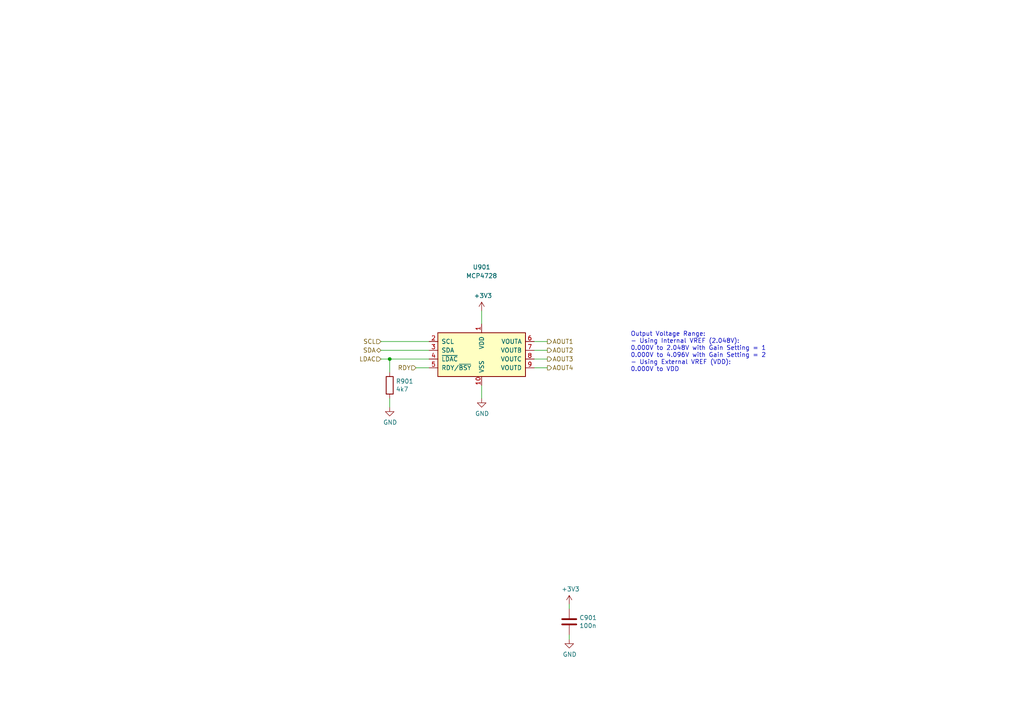
<source format=kicad_sch>
(kicad_sch (version 20211123) (generator eeschema)

  (uuid 810d1828-323c-409a-960d-456fda8be10a)

  (paper "A4")

  (lib_symbols
    (symbol "Analog_DAC:MCP4728" (pin_names (offset 1.016)) (in_bom yes) (on_board yes)
      (property "Reference" "U" (id 0) (at -12.7 6.35 0)
        (effects (font (size 1.27 1.27)) (justify left))
      )
      (property "Value" "MCP4728" (id 1) (at 12.7 6.35 0)
        (effects (font (size 1.27 1.27)) (justify right))
      )
      (property "Footprint" "Package_SO:MSOP-10_3x3mm_P0.5mm" (id 2) (at 0 -15.24 0)
        (effects (font (size 1.27 1.27)) hide)
      )
      (property "Datasheet" "http://ww1.microchip.com/downloads/en/DeviceDoc/22187E.pdf" (id 3) (at 0 6.35 0)
        (effects (font (size 1.27 1.27)) hide)
      )
      (property "ki_keywords" "dac i2c" (id 4) (at 0 0 0)
        (effects (font (size 1.27 1.27)) hide)
      )
      (property "ki_description" "12-bit digital to analog converter, quad output, 2.048V internal reference, integrated EEPROM, I2C interface" (id 5) (at 0 0 0)
        (effects (font (size 1.27 1.27)) hide)
      )
      (property "ki_fp_filters" "*SOP*3x3mm*P0.5mm*" (id 6) (at 0 0 0)
        (effects (font (size 1.27 1.27)) hide)
      )
      (symbol "MCP4728_0_1"
        (rectangle (start -12.7 5.08) (end 12.7 -7.62)
          (stroke (width 0.254) (type default) (color 0 0 0 0))
          (fill (type background))
        )
      )
      (symbol "MCP4728_1_1"
        (pin power_in line (at 0 7.62 270) (length 2.54)
          (name "VDD" (effects (font (size 1.27 1.27))))
          (number "1" (effects (font (size 1.27 1.27))))
        )
        (pin power_in line (at 0 -10.16 90) (length 2.54)
          (name "VSS" (effects (font (size 1.27 1.27))))
          (number "10" (effects (font (size 1.27 1.27))))
        )
        (pin input line (at -15.24 2.54 0) (length 2.54)
          (name "SCL" (effects (font (size 1.27 1.27))))
          (number "2" (effects (font (size 1.27 1.27))))
        )
        (pin bidirectional line (at -15.24 0 0) (length 2.54)
          (name "SDA" (effects (font (size 1.27 1.27))))
          (number "3" (effects (font (size 1.27 1.27))))
        )
        (pin input line (at -15.24 -2.54 0) (length 2.54)
          (name "~{LDAC}" (effects (font (size 1.27 1.27))))
          (number "4" (effects (font (size 1.27 1.27))))
        )
        (pin output line (at -15.24 -5.08 0) (length 2.54)
          (name "RDY/~{BSY}" (effects (font (size 1.27 1.27))))
          (number "5" (effects (font (size 1.27 1.27))))
        )
        (pin output line (at 15.24 2.54 180) (length 2.54)
          (name "VOUTA" (effects (font (size 1.27 1.27))))
          (number "6" (effects (font (size 1.27 1.27))))
        )
        (pin output line (at 15.24 0 180) (length 2.54)
          (name "VOUTB" (effects (font (size 1.27 1.27))))
          (number "7" (effects (font (size 1.27 1.27))))
        )
        (pin output line (at 15.24 -2.54 180) (length 2.54)
          (name "VOUTC" (effects (font (size 1.27 1.27))))
          (number "8" (effects (font (size 1.27 1.27))))
        )
        (pin output line (at 15.24 -5.08 180) (length 2.54)
          (name "VOUTD" (effects (font (size 1.27 1.27))))
          (number "9" (effects (font (size 1.27 1.27))))
        )
      )
    )
    (symbol "Device:C" (pin_numbers hide) (pin_names (offset 0.254)) (in_bom yes) (on_board yes)
      (property "Reference" "C" (id 0) (at 0.635 2.54 0)
        (effects (font (size 1.27 1.27)) (justify left))
      )
      (property "Value" "C" (id 1) (at 0.635 -2.54 0)
        (effects (font (size 1.27 1.27)) (justify left))
      )
      (property "Footprint" "" (id 2) (at 0.9652 -3.81 0)
        (effects (font (size 1.27 1.27)) hide)
      )
      (property "Datasheet" "~" (id 3) (at 0 0 0)
        (effects (font (size 1.27 1.27)) hide)
      )
      (property "ki_keywords" "cap capacitor" (id 4) (at 0 0 0)
        (effects (font (size 1.27 1.27)) hide)
      )
      (property "ki_description" "Unpolarized capacitor" (id 5) (at 0 0 0)
        (effects (font (size 1.27 1.27)) hide)
      )
      (property "ki_fp_filters" "C_*" (id 6) (at 0 0 0)
        (effects (font (size 1.27 1.27)) hide)
      )
      (symbol "C_0_1"
        (polyline
          (pts
            (xy -2.032 -0.762)
            (xy 2.032 -0.762)
          )
          (stroke (width 0.508) (type default) (color 0 0 0 0))
          (fill (type none))
        )
        (polyline
          (pts
            (xy -2.032 0.762)
            (xy 2.032 0.762)
          )
          (stroke (width 0.508) (type default) (color 0 0 0 0))
          (fill (type none))
        )
      )
      (symbol "C_1_1"
        (pin passive line (at 0 3.81 270) (length 2.794)
          (name "~" (effects (font (size 1.27 1.27))))
          (number "1" (effects (font (size 1.27 1.27))))
        )
        (pin passive line (at 0 -3.81 90) (length 2.794)
          (name "~" (effects (font (size 1.27 1.27))))
          (number "2" (effects (font (size 1.27 1.27))))
        )
      )
    )
    (symbol "Device:R" (pin_numbers hide) (pin_names (offset 0)) (in_bom yes) (on_board yes)
      (property "Reference" "R" (id 0) (at 2.032 0 90)
        (effects (font (size 1.27 1.27)))
      )
      (property "Value" "R" (id 1) (at 0 0 90)
        (effects (font (size 1.27 1.27)))
      )
      (property "Footprint" "" (id 2) (at -1.778 0 90)
        (effects (font (size 1.27 1.27)) hide)
      )
      (property "Datasheet" "~" (id 3) (at 0 0 0)
        (effects (font (size 1.27 1.27)) hide)
      )
      (property "ki_keywords" "R res resistor" (id 4) (at 0 0 0)
        (effects (font (size 1.27 1.27)) hide)
      )
      (property "ki_description" "Resistor" (id 5) (at 0 0 0)
        (effects (font (size 1.27 1.27)) hide)
      )
      (property "ki_fp_filters" "R_*" (id 6) (at 0 0 0)
        (effects (font (size 1.27 1.27)) hide)
      )
      (symbol "R_0_1"
        (rectangle (start -1.016 -2.54) (end 1.016 2.54)
          (stroke (width 0.254) (type default) (color 0 0 0 0))
          (fill (type none))
        )
      )
      (symbol "R_1_1"
        (pin passive line (at 0 3.81 270) (length 1.27)
          (name "~" (effects (font (size 1.27 1.27))))
          (number "1" (effects (font (size 1.27 1.27))))
        )
        (pin passive line (at 0 -3.81 90) (length 1.27)
          (name "~" (effects (font (size 1.27 1.27))))
          (number "2" (effects (font (size 1.27 1.27))))
        )
      )
    )
    (symbol "power:+3V3" (power) (pin_names (offset 0)) (in_bom yes) (on_board yes)
      (property "Reference" "#PWR" (id 0) (at 0 -3.81 0)
        (effects (font (size 1.27 1.27)) hide)
      )
      (property "Value" "+3V3" (id 1) (at 0 3.556 0)
        (effects (font (size 1.27 1.27)))
      )
      (property "Footprint" "" (id 2) (at 0 0 0)
        (effects (font (size 1.27 1.27)) hide)
      )
      (property "Datasheet" "" (id 3) (at 0 0 0)
        (effects (font (size 1.27 1.27)) hide)
      )
      (property "ki_keywords" "power-flag" (id 4) (at 0 0 0)
        (effects (font (size 1.27 1.27)) hide)
      )
      (property "ki_description" "Power symbol creates a global label with name \"+3V3\"" (id 5) (at 0 0 0)
        (effects (font (size 1.27 1.27)) hide)
      )
      (symbol "+3V3_0_1"
        (polyline
          (pts
            (xy -0.762 1.27)
            (xy 0 2.54)
          )
          (stroke (width 0) (type default) (color 0 0 0 0))
          (fill (type none))
        )
        (polyline
          (pts
            (xy 0 0)
            (xy 0 2.54)
          )
          (stroke (width 0) (type default) (color 0 0 0 0))
          (fill (type none))
        )
        (polyline
          (pts
            (xy 0 2.54)
            (xy 0.762 1.27)
          )
          (stroke (width 0) (type default) (color 0 0 0 0))
          (fill (type none))
        )
      )
      (symbol "+3V3_1_1"
        (pin power_in line (at 0 0 90) (length 0) hide
          (name "+3V3" (effects (font (size 1.27 1.27))))
          (number "1" (effects (font (size 1.27 1.27))))
        )
      )
    )
    (symbol "power:GND" (power) (pin_names (offset 0)) (in_bom yes) (on_board yes)
      (property "Reference" "#PWR" (id 0) (at 0 -6.35 0)
        (effects (font (size 1.27 1.27)) hide)
      )
      (property "Value" "GND" (id 1) (at 0 -3.81 0)
        (effects (font (size 1.27 1.27)))
      )
      (property "Footprint" "" (id 2) (at 0 0 0)
        (effects (font (size 1.27 1.27)) hide)
      )
      (property "Datasheet" "" (id 3) (at 0 0 0)
        (effects (font (size 1.27 1.27)) hide)
      )
      (property "ki_keywords" "power-flag" (id 4) (at 0 0 0)
        (effects (font (size 1.27 1.27)) hide)
      )
      (property "ki_description" "Power symbol creates a global label with name \"GND\" , ground" (id 5) (at 0 0 0)
        (effects (font (size 1.27 1.27)) hide)
      )
      (symbol "GND_0_1"
        (polyline
          (pts
            (xy 0 0)
            (xy 0 -1.27)
            (xy 1.27 -1.27)
            (xy 0 -2.54)
            (xy -1.27 -1.27)
            (xy 0 -1.27)
          )
          (stroke (width 0) (type default) (color 0 0 0 0))
          (fill (type none))
        )
      )
      (symbol "GND_1_1"
        (pin power_in line (at 0 0 270) (length 0) hide
          (name "GND" (effects (font (size 1.27 1.27))))
          (number "1" (effects (font (size 1.27 1.27))))
        )
      )
    )
  )

  (junction (at 113.03 104.14) (diameter 0) (color 0 0 0 0)
    (uuid 30a2b3fb-f483-4182-990e-755a90fb89ce)
  )

  (wire (pts (xy 165.1 184.15) (xy 165.1 185.42))
    (stroke (width 0) (type default) (color 0 0 0 0))
    (uuid 00627221-b0fd-448e-b5a6-250d249697c2)
  )
  (wire (pts (xy 113.03 104.14) (xy 113.03 107.95))
    (stroke (width 0) (type default) (color 0 0 0 0))
    (uuid 1ba3e338-9465-4844-8361-6715d7885c15)
  )
  (wire (pts (xy 120.65 106.68) (xy 124.46 106.68))
    (stroke (width 0) (type default) (color 0 0 0 0))
    (uuid 34d3baf1-c1a6-463d-a7da-03fde565ea93)
  )
  (wire (pts (xy 110.49 99.06) (xy 124.46 99.06))
    (stroke (width 0) (type default) (color 0 0 0 0))
    (uuid 3f1d3b22-3ba1-4783-af8d-526bce7c36db)
  )
  (wire (pts (xy 165.1 176.53) (xy 165.1 175.26))
    (stroke (width 0) (type default) (color 0 0 0 0))
    (uuid 4687c479-536f-4d7c-9d3c-04c9b426c43c)
  )
  (wire (pts (xy 154.94 104.14) (xy 158.75 104.14))
    (stroke (width 0) (type default) (color 0 0 0 0))
    (uuid 513c5122-3fbb-44b6-aa2c-74224719f915)
  )
  (wire (pts (xy 110.49 101.6) (xy 124.46 101.6))
    (stroke (width 0) (type default) (color 0 0 0 0))
    (uuid 5da06777-0696-4bb2-8c9a-78c96b4b3e90)
  )
  (wire (pts (xy 110.49 104.14) (xy 113.03 104.14))
    (stroke (width 0) (type default) (color 0 0 0 0))
    (uuid 73d0c6d2-0d0a-4e57-8a36-5402c8ebfec1)
  )
  (wire (pts (xy 139.7 90.17) (xy 139.7 93.98))
    (stroke (width 0) (type default) (color 0 0 0 0))
    (uuid 7f7833f4-976f-4a80-99c4-69f2976ed565)
  )
  (wire (pts (xy 158.75 101.6) (xy 154.94 101.6))
    (stroke (width 0) (type default) (color 0 0 0 0))
    (uuid a8470270-920a-4fed-9691-22526135f92c)
  )
  (wire (pts (xy 113.03 104.14) (xy 124.46 104.14))
    (stroke (width 0) (type default) (color 0 0 0 0))
    (uuid d0152625-a1b4-439f-8edf-7556e19e5b26)
  )
  (wire (pts (xy 113.03 118.11) (xy 113.03 115.57))
    (stroke (width 0) (type default) (color 0 0 0 0))
    (uuid d316b729-072f-4d15-a495-cbeb8407aea0)
  )
  (wire (pts (xy 139.7 111.76) (xy 139.7 115.57))
    (stroke (width 0) (type default) (color 0 0 0 0))
    (uuid e5f06cd2-492e-41b2-8ded-13a3fa1042bb)
  )
  (wire (pts (xy 154.94 99.06) (xy 158.75 99.06))
    (stroke (width 0) (type default) (color 0 0 0 0))
    (uuid ec7073f7-f754-4ee6-a977-3d11d16480f8)
  )
  (wire (pts (xy 158.75 106.68) (xy 154.94 106.68))
    (stroke (width 0) (type default) (color 0 0 0 0))
    (uuid f99552ce-0729-4ada-aef3-5686270d7c4d)
  )

  (text "Output Voltage Range:\n- Using Internal VREF (2.048V):\n0.000V to 2.048V with Gain Setting = 1\n0.000V to 4.096V with Gain Setting = 2\n- Using External VREF (VDD):\n0.000V to VDD"
    (at 182.88 107.95 0)
    (effects (font (size 1.27 1.27)) (justify left bottom))
    (uuid f6f6218f-3ffb-4a4c-9e09-f02fa0d59ec7)
  )

  (hierarchical_label "AOUT2" (shape output) (at 158.75 101.6 0)
    (effects (font (size 1.27 1.27)) (justify left))
    (uuid 1bb16fed-1537-47fa-90f6-8dc136da5d16)
  )
  (hierarchical_label "AOUT4" (shape output) (at 158.75 106.68 0)
    (effects (font (size 1.27 1.27)) (justify left))
    (uuid 1d801ac4-6429-45d9-ad70-9dd82bd9c030)
  )
  (hierarchical_label "SCL" (shape input) (at 110.49 99.06 180)
    (effects (font (size 1.27 1.27)) (justify right))
    (uuid 33e40dd5-556d-4de0-ab08-235c61b7ba9f)
  )
  (hierarchical_label "SDA" (shape bidirectional) (at 110.49 101.6 180)
    (effects (font (size 1.27 1.27)) (justify right))
    (uuid 3a568413-17bd-4a87-b1ac-928e77fa1b6a)
  )
  (hierarchical_label "AOUT1" (shape output) (at 158.75 99.06 0)
    (effects (font (size 1.27 1.27)) (justify left))
    (uuid 914a2046-646f-4d53-b355-ce2139e25907)
  )
  (hierarchical_label "RDY" (shape input) (at 120.65 106.68 180)
    (effects (font (size 1.27 1.27)) (justify right))
    (uuid b45faf1e-b7a2-4d73-9833-db84a2fde78b)
  )
  (hierarchical_label "AOUT3" (shape output) (at 158.75 104.14 0)
    (effects (font (size 1.27 1.27)) (justify left))
    (uuid dd01ca49-c8a2-4580-af9a-2e9bce9769bc)
  )
  (hierarchical_label "LDAC" (shape input) (at 110.49 104.14 180)
    (effects (font (size 1.27 1.27)) (justify right))
    (uuid f88265e8-a27a-4259-b3ad-7df91a571c60)
  )

  (symbol (lib_id "power:+3V3") (at 139.7 90.17 0) (unit 1)
    (in_bom yes) (on_board yes)
    (uuid 00000000-0000-0000-0000-0000617036be)
    (property "Reference" "#PWR0901" (id 0) (at 139.7 93.98 0)
      (effects (font (size 1.27 1.27)) hide)
    )
    (property "Value" "+3V3" (id 1) (at 140.081 85.7758 0))
    (property "Footprint" "" (id 2) (at 139.7 90.17 0)
      (effects (font (size 1.27 1.27)) hide)
    )
    (property "Datasheet" "" (id 3) (at 139.7 90.17 0)
      (effects (font (size 1.27 1.27)) hide)
    )
    (pin "1" (uuid dfb6181b-227c-4467-9076-373923544b82))
  )

  (symbol (lib_id "power:GND") (at 139.7 115.57 0) (unit 1)
    (in_bom yes) (on_board yes)
    (uuid 00000000-0000-0000-0000-000061703b83)
    (property "Reference" "#PWR0902" (id 0) (at 139.7 121.92 0)
      (effects (font (size 1.27 1.27)) hide)
    )
    (property "Value" "GND" (id 1) (at 139.827 119.9642 0))
    (property "Footprint" "" (id 2) (at 139.7 115.57 0)
      (effects (font (size 1.27 1.27)) hide)
    )
    (property "Datasheet" "" (id 3) (at 139.7 115.57 0)
      (effects (font (size 1.27 1.27)) hide)
    )
    (pin "1" (uuid 27236bdf-991e-41c6-992a-21ad6f0e80e6))
  )

  (symbol (lib_id "power:GND") (at 165.1 185.42 0) (unit 1)
    (in_bom yes) (on_board yes)
    (uuid 00000000-0000-0000-0000-000061704895)
    (property "Reference" "#PWR0905" (id 0) (at 165.1 191.77 0)
      (effects (font (size 1.27 1.27)) hide)
    )
    (property "Value" "GND" (id 1) (at 165.227 189.8142 0))
    (property "Footprint" "" (id 2) (at 165.1 185.42 0)
      (effects (font (size 1.27 1.27)) hide)
    )
    (property "Datasheet" "" (id 3) (at 165.1 185.42 0)
      (effects (font (size 1.27 1.27)) hide)
    )
    (pin "1" (uuid 1b9ec60b-f0af-4da0-89d1-751564a38c18))
  )

  (symbol (lib_id "power:+3V3") (at 165.1 175.26 0) (unit 1)
    (in_bom yes) (on_board yes)
    (uuid 00000000-0000-0000-0000-000061704c5c)
    (property "Reference" "#PWR0904" (id 0) (at 165.1 179.07 0)
      (effects (font (size 1.27 1.27)) hide)
    )
    (property "Value" "+3V3" (id 1) (at 165.481 170.8658 0))
    (property "Footprint" "" (id 2) (at 165.1 175.26 0)
      (effects (font (size 1.27 1.27)) hide)
    )
    (property "Datasheet" "" (id 3) (at 165.1 175.26 0)
      (effects (font (size 1.27 1.27)) hide)
    )
    (pin "1" (uuid a1709084-e10e-49da-b184-a760d0e8ebfa))
  )

  (symbol (lib_id "Device:C") (at 165.1 180.34 0) (unit 1)
    (in_bom yes) (on_board yes)
    (uuid 00000000-0000-0000-0000-000061704d34)
    (property "Reference" "C901" (id 0) (at 168.021 179.1716 0)
      (effects (font (size 1.27 1.27)) (justify left))
    )
    (property "Value" "100n" (id 1) (at 168.021 181.483 0)
      (effects (font (size 1.27 1.27)) (justify left))
    )
    (property "Footprint" "Capacitor_SMD:C_0603_1608Metric" (id 2) (at 166.0652 184.15 0)
      (effects (font (size 1.27 1.27)) hide)
    )
    (property "Datasheet" "~" (id 3) (at 165.1 180.34 0)
      (effects (font (size 1.27 1.27)) hide)
    )
    (pin "1" (uuid b3d85781-ca2a-4768-87d1-0f26f0315c44))
    (pin "2" (uuid bb4d5a13-94ce-495a-bfcd-c7d4648e0248))
  )

  (symbol (lib_id "Device:R") (at 113.03 111.76 0) (unit 1)
    (in_bom yes) (on_board yes)
    (uuid 00000000-0000-0000-0000-00006170cad9)
    (property "Reference" "R901" (id 0) (at 114.808 110.5916 0)
      (effects (font (size 1.27 1.27)) (justify left))
    )
    (property "Value" "4k7" (id 1) (at 114.808 112.903 0)
      (effects (font (size 1.27 1.27)) (justify left))
    )
    (property "Footprint" "Resistor_SMD:R_0603_1608Metric" (id 2) (at 111.252 111.76 90)
      (effects (font (size 1.27 1.27)) hide)
    )
    (property "Datasheet" "~" (id 3) (at 113.03 111.76 0)
      (effects (font (size 1.27 1.27)) hide)
    )
    (pin "1" (uuid 5a88c3ca-46f9-43b3-85ca-af59be856a77))
    (pin "2" (uuid da9cf1d9-cc4c-4c81-b499-efff9ab62206))
  )

  (symbol (lib_id "power:GND") (at 113.03 118.11 0) (unit 1)
    (in_bom yes) (on_board yes)
    (uuid 00000000-0000-0000-0000-00006170cdc9)
    (property "Reference" "#PWR0903" (id 0) (at 113.03 124.46 0)
      (effects (font (size 1.27 1.27)) hide)
    )
    (property "Value" "GND" (id 1) (at 113.157 122.5042 0))
    (property "Footprint" "" (id 2) (at 113.03 118.11 0)
      (effects (font (size 1.27 1.27)) hide)
    )
    (property "Datasheet" "" (id 3) (at 113.03 118.11 0)
      (effects (font (size 1.27 1.27)) hide)
    )
    (pin "1" (uuid 5d098867-a1a8-412b-b7ce-8e0773c84122))
  )

  (symbol (lib_id "Analog_DAC:MCP4728") (at 139.7 101.6 0) (unit 1)
    (in_bom yes) (on_board yes)
    (uuid 00000000-0000-0000-0000-0000624001fa)
    (property "Reference" "U901" (id 0) (at 139.7 77.47 0))
    (property "Value" "MCP4728" (id 1) (at 139.7 80.01 0))
    (property "Footprint" "Package_SO:MSOP-10_3x3mm_P0.5mm" (id 2) (at 139.7 116.84 0)
      (effects (font (size 1.27 1.27)) hide)
    )
    (property "Datasheet" "http://ww1.microchip.com/downloads/en/DeviceDoc/22187E.pdf" (id 3) (at 139.7 95.25 0)
      (effects (font (size 1.27 1.27)) hide)
    )
    (pin "1" (uuid f92e8be4-0e71-424a-9465-99a27b9ddd38))
    (pin "10" (uuid d4037fa5-0cd6-4a9e-a4cb-95e05485ec79))
    (pin "2" (uuid 15538a83-4ae4-454c-a4fb-d291e402df6c))
    (pin "3" (uuid ffa1a7b5-0025-43f0-af20-c199cba6b86f))
    (pin "4" (uuid 2564daff-866d-4158-82a6-4ab8fc331f70))
    (pin "5" (uuid 6b21a68b-2c7a-46e4-9118-8ba706e8d4b5))
    (pin "6" (uuid 2b629de8-a7b0-4d67-9b54-0b345dff9c5a))
    (pin "7" (uuid 675e7ac0-6400-4c1c-9d8a-2b5aa7b18372))
    (pin "8" (uuid 871387d4-aeed-4c47-8e5c-9834e0e4e61e))
    (pin "9" (uuid 4c1244b9-b1dd-4e41-8a5c-449044de3255))
  )
)

</source>
